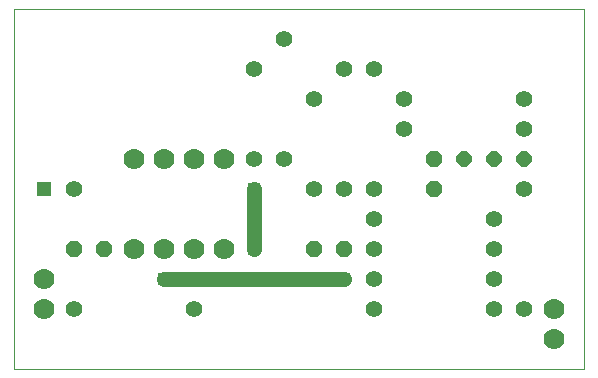
<source format=gtl>
G75*
%MOIN*%
%OFA0B0*%
%FSLAX25Y25*%
%IPPOS*%
%LPD*%
%AMOC8*
5,1,8,0,0,1.08239X$1,22.5*
%
%ADD10C,0.00000*%
%ADD11C,0.05543*%
%ADD12R,0.04756X0.04756*%
%ADD13C,0.07000*%
%ADD14OC8,0.05200*%
%ADD15OC8,0.05150*%
%ADD16C,0.05000*%
%ADD17R,0.03962X0.03962*%
D10*
X0024615Y0014627D02*
X0024615Y0134627D01*
X0214615Y0134627D01*
X0214615Y0014627D01*
X0024615Y0014627D01*
D11*
X0044615Y0034627D03*
X0084615Y0034627D03*
X0144615Y0034627D03*
X0144615Y0044627D03*
X0144615Y0054627D03*
X0144615Y0064627D03*
X0144615Y0074627D03*
X0134615Y0074627D03*
X0124615Y0074627D03*
X0114615Y0084627D03*
X0104615Y0084627D03*
X0124615Y0104627D03*
X0134615Y0114627D03*
X0144615Y0114627D03*
X0154615Y0104627D03*
X0154615Y0094627D03*
X0194615Y0094627D03*
X0194615Y0104627D03*
X0194615Y0074627D03*
X0184615Y0064627D03*
X0184615Y0054627D03*
X0184615Y0044627D03*
X0184615Y0034627D03*
X0194615Y0034627D03*
X0104615Y0114627D03*
X0114615Y0124627D03*
X0044615Y0074627D03*
D12*
X0034615Y0074627D03*
D13*
X0064615Y0084627D03*
X0074615Y0084627D03*
X0084615Y0084627D03*
X0094615Y0084627D03*
X0094615Y0054627D03*
X0084615Y0054627D03*
X0074615Y0054627D03*
X0064615Y0054627D03*
X0034615Y0044627D03*
X0034615Y0034627D03*
X0204615Y0034627D03*
X0204615Y0024627D03*
D14*
X0134615Y0054627D03*
X0124615Y0054627D03*
X0164615Y0074627D03*
X0164615Y0084627D03*
X0054615Y0054627D03*
X0044615Y0054627D03*
D15*
X0174615Y0084627D03*
X0184615Y0084627D03*
X0194615Y0084627D03*
D16*
X0134615Y0044627D02*
X0074615Y0044627D01*
X0104615Y0054627D02*
X0104615Y0074627D01*
D17*
X0104615Y0074627D03*
X0104615Y0054627D03*
X0074615Y0044627D03*
X0134615Y0044627D03*
M02*

</source>
